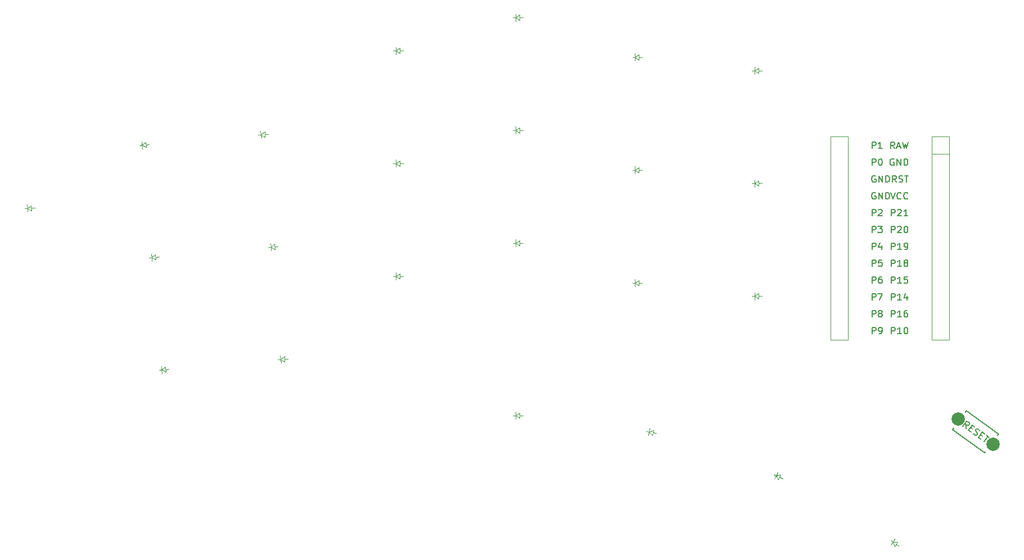
<source format=gbr>
%TF.GenerationSoftware,KiCad,Pcbnew,7.0.10*%
%TF.CreationDate,2024-02-18T22:51:37+03:00*%
%TF.ProjectId,jcuken_1,6a63756b-656e-45f3-912e-6b696361645f,0.1*%
%TF.SameCoordinates,Original*%
%TF.FileFunction,Legend,Top*%
%TF.FilePolarity,Positive*%
%FSLAX46Y46*%
G04 Gerber Fmt 4.6, Leading zero omitted, Abs format (unit mm)*
G04 Created by KiCad (PCBNEW 7.0.10) date 2024-02-18 22:51:37*
%MOMM*%
%LPD*%
G01*
G04 APERTURE LIST*
%ADD10C,0.150000*%
%ADD11C,0.100000*%
%ADD12C,0.120000*%
%ADD13C,2.000000*%
G04 APERTURE END LIST*
D10*
X196978431Y-99615052D02*
X196988656Y-99033877D01*
X196516135Y-99279174D02*
X197103920Y-98470157D01*
X197103920Y-98470157D02*
X197412117Y-98694076D01*
X197412117Y-98694076D02*
X197461177Y-98788580D01*
X197461177Y-98788580D02*
X197471712Y-98855094D01*
X197471712Y-98855094D02*
X197454257Y-98960133D01*
X197454257Y-98960133D02*
X197370287Y-99075707D01*
X197370287Y-99075707D02*
X197275783Y-99124766D01*
X197275783Y-99124766D02*
X197209269Y-99135301D01*
X197209269Y-99135301D02*
X197104230Y-99117846D01*
X197104230Y-99117846D02*
X196796033Y-98893928D01*
X197633040Y-99443189D02*
X197902712Y-99639117D01*
X197710398Y-100146857D02*
X197325152Y-99866960D01*
X197325152Y-99866960D02*
X197912937Y-99057943D01*
X197912937Y-99057943D02*
X198298184Y-99337840D01*
X198046585Y-100332251D02*
X198134169Y-100454745D01*
X198134169Y-100454745D02*
X198326792Y-100594694D01*
X198326792Y-100594694D02*
X198431831Y-100612149D01*
X198431831Y-100612149D02*
X198498346Y-100601614D01*
X198498346Y-100601614D02*
X198592850Y-100552554D01*
X198592850Y-100552554D02*
X198648829Y-100475505D01*
X198648829Y-100475505D02*
X198666284Y-100370466D01*
X198666284Y-100370466D02*
X198655749Y-100303952D01*
X198655749Y-100303952D02*
X198606690Y-100209448D01*
X198606690Y-100209448D02*
X198480581Y-100058964D01*
X198480581Y-100058964D02*
X198431522Y-99964460D01*
X198431522Y-99964460D02*
X198420987Y-99897945D01*
X198420987Y-99897945D02*
X198438442Y-99792906D01*
X198438442Y-99792906D02*
X198494421Y-99715857D01*
X198494421Y-99715857D02*
X198588926Y-99666798D01*
X198588926Y-99666798D02*
X198655440Y-99656263D01*
X198655440Y-99656263D02*
X198760479Y-99673718D01*
X198760479Y-99673718D02*
X198953102Y-99813667D01*
X198953102Y-99813667D02*
X199040686Y-99936160D01*
X199135500Y-100534790D02*
X199405172Y-100730718D01*
X199212859Y-101238459D02*
X198827612Y-100958561D01*
X198827612Y-100958561D02*
X199415398Y-100149544D01*
X199415398Y-100149544D02*
X199800644Y-100429442D01*
X200031792Y-100597380D02*
X200494087Y-100933258D01*
X199675154Y-101574336D02*
X200262939Y-100765319D01*
X182830708Y-72634014D02*
X182830708Y-71634014D01*
X182830708Y-71634014D02*
X183211660Y-71634014D01*
X183211660Y-71634014D02*
X183306898Y-71681633D01*
X183306898Y-71681633D02*
X183354517Y-71729252D01*
X183354517Y-71729252D02*
X183402136Y-71824490D01*
X183402136Y-71824490D02*
X183402136Y-71967347D01*
X183402136Y-71967347D02*
X183354517Y-72062585D01*
X183354517Y-72062585D02*
X183306898Y-72110204D01*
X183306898Y-72110204D02*
X183211660Y-72157823D01*
X183211660Y-72157823D02*
X182830708Y-72157823D01*
X184259279Y-71967347D02*
X184259279Y-72634014D01*
X184021184Y-71586395D02*
X183783089Y-72300680D01*
X183783089Y-72300680D02*
X184402136Y-72300680D01*
X182830708Y-67554014D02*
X182830708Y-66554014D01*
X182830708Y-66554014D02*
X183211660Y-66554014D01*
X183211660Y-66554014D02*
X183306898Y-66601633D01*
X183306898Y-66601633D02*
X183354517Y-66649252D01*
X183354517Y-66649252D02*
X183402136Y-66744490D01*
X183402136Y-66744490D02*
X183402136Y-66887347D01*
X183402136Y-66887347D02*
X183354517Y-66982585D01*
X183354517Y-66982585D02*
X183306898Y-67030204D01*
X183306898Y-67030204D02*
X183211660Y-67077823D01*
X183211660Y-67077823D02*
X182830708Y-67077823D01*
X183783089Y-66649252D02*
X183830708Y-66601633D01*
X183830708Y-66601633D02*
X183925946Y-66554014D01*
X183925946Y-66554014D02*
X184164041Y-66554014D01*
X184164041Y-66554014D02*
X184259279Y-66601633D01*
X184259279Y-66601633D02*
X184306898Y-66649252D01*
X184306898Y-66649252D02*
X184354517Y-66744490D01*
X184354517Y-66744490D02*
X184354517Y-66839728D01*
X184354517Y-66839728D02*
X184306898Y-66982585D01*
X184306898Y-66982585D02*
X183735470Y-67554014D01*
X183735470Y-67554014D02*
X184354517Y-67554014D01*
X183354517Y-64061633D02*
X183259279Y-64014014D01*
X183259279Y-64014014D02*
X183116422Y-64014014D01*
X183116422Y-64014014D02*
X182973565Y-64061633D01*
X182973565Y-64061633D02*
X182878327Y-64156871D01*
X182878327Y-64156871D02*
X182830708Y-64252109D01*
X182830708Y-64252109D02*
X182783089Y-64442585D01*
X182783089Y-64442585D02*
X182783089Y-64585442D01*
X182783089Y-64585442D02*
X182830708Y-64775918D01*
X182830708Y-64775918D02*
X182878327Y-64871156D01*
X182878327Y-64871156D02*
X182973565Y-64966395D01*
X182973565Y-64966395D02*
X183116422Y-65014014D01*
X183116422Y-65014014D02*
X183211660Y-65014014D01*
X183211660Y-65014014D02*
X183354517Y-64966395D01*
X183354517Y-64966395D02*
X183402136Y-64918775D01*
X183402136Y-64918775D02*
X183402136Y-64585442D01*
X183402136Y-64585442D02*
X183211660Y-64585442D01*
X183830708Y-65014014D02*
X183830708Y-64014014D01*
X183830708Y-64014014D02*
X184402136Y-65014014D01*
X184402136Y-65014014D02*
X184402136Y-64014014D01*
X184878327Y-65014014D02*
X184878327Y-64014014D01*
X184878327Y-64014014D02*
X185116422Y-64014014D01*
X185116422Y-64014014D02*
X185259279Y-64061633D01*
X185259279Y-64061633D02*
X185354517Y-64156871D01*
X185354517Y-64156871D02*
X185402136Y-64252109D01*
X185402136Y-64252109D02*
X185449755Y-64442585D01*
X185449755Y-64442585D02*
X185449755Y-64585442D01*
X185449755Y-64585442D02*
X185402136Y-64775918D01*
X185402136Y-64775918D02*
X185354517Y-64871156D01*
X185354517Y-64871156D02*
X185259279Y-64966395D01*
X185259279Y-64966395D02*
X185116422Y-65014014D01*
X185116422Y-65014014D02*
X184878327Y-65014014D01*
X185728578Y-77714014D02*
X185728578Y-76714014D01*
X185728578Y-76714014D02*
X186109530Y-76714014D01*
X186109530Y-76714014D02*
X186204768Y-76761633D01*
X186204768Y-76761633D02*
X186252387Y-76809252D01*
X186252387Y-76809252D02*
X186300006Y-76904490D01*
X186300006Y-76904490D02*
X186300006Y-77047347D01*
X186300006Y-77047347D02*
X186252387Y-77142585D01*
X186252387Y-77142585D02*
X186204768Y-77190204D01*
X186204768Y-77190204D02*
X186109530Y-77237823D01*
X186109530Y-77237823D02*
X185728578Y-77237823D01*
X187252387Y-77714014D02*
X186680959Y-77714014D01*
X186966673Y-77714014D02*
X186966673Y-76714014D01*
X186966673Y-76714014D02*
X186871435Y-76856871D01*
X186871435Y-76856871D02*
X186776197Y-76952109D01*
X186776197Y-76952109D02*
X186680959Y-76999728D01*
X188157149Y-76714014D02*
X187680959Y-76714014D01*
X187680959Y-76714014D02*
X187633340Y-77190204D01*
X187633340Y-77190204D02*
X187680959Y-77142585D01*
X187680959Y-77142585D02*
X187776197Y-77094966D01*
X187776197Y-77094966D02*
X188014292Y-77094966D01*
X188014292Y-77094966D02*
X188109530Y-77142585D01*
X188109530Y-77142585D02*
X188157149Y-77190204D01*
X188157149Y-77190204D02*
X188204768Y-77285442D01*
X188204768Y-77285442D02*
X188204768Y-77523537D01*
X188204768Y-77523537D02*
X188157149Y-77618775D01*
X188157149Y-77618775D02*
X188109530Y-77666395D01*
X188109530Y-77666395D02*
X188014292Y-77714014D01*
X188014292Y-77714014D02*
X187776197Y-77714014D01*
X187776197Y-77714014D02*
X187680959Y-77666395D01*
X187680959Y-77666395D02*
X187633340Y-77618775D01*
X185728578Y-72634014D02*
X185728578Y-71634014D01*
X185728578Y-71634014D02*
X186109530Y-71634014D01*
X186109530Y-71634014D02*
X186204768Y-71681633D01*
X186204768Y-71681633D02*
X186252387Y-71729252D01*
X186252387Y-71729252D02*
X186300006Y-71824490D01*
X186300006Y-71824490D02*
X186300006Y-71967347D01*
X186300006Y-71967347D02*
X186252387Y-72062585D01*
X186252387Y-72062585D02*
X186204768Y-72110204D01*
X186204768Y-72110204D02*
X186109530Y-72157823D01*
X186109530Y-72157823D02*
X185728578Y-72157823D01*
X187252387Y-72634014D02*
X186680959Y-72634014D01*
X186966673Y-72634014D02*
X186966673Y-71634014D01*
X186966673Y-71634014D02*
X186871435Y-71776871D01*
X186871435Y-71776871D02*
X186776197Y-71872109D01*
X186776197Y-71872109D02*
X186680959Y-71919728D01*
X187728578Y-72634014D02*
X187919054Y-72634014D01*
X187919054Y-72634014D02*
X188014292Y-72586395D01*
X188014292Y-72586395D02*
X188061911Y-72538775D01*
X188061911Y-72538775D02*
X188157149Y-72395918D01*
X188157149Y-72395918D02*
X188204768Y-72205442D01*
X188204768Y-72205442D02*
X188204768Y-71824490D01*
X188204768Y-71824490D02*
X188157149Y-71729252D01*
X188157149Y-71729252D02*
X188109530Y-71681633D01*
X188109530Y-71681633D02*
X188014292Y-71634014D01*
X188014292Y-71634014D02*
X187823816Y-71634014D01*
X187823816Y-71634014D02*
X187728578Y-71681633D01*
X187728578Y-71681633D02*
X187680959Y-71729252D01*
X187680959Y-71729252D02*
X187633340Y-71824490D01*
X187633340Y-71824490D02*
X187633340Y-72062585D01*
X187633340Y-72062585D02*
X187680959Y-72157823D01*
X187680959Y-72157823D02*
X187728578Y-72205442D01*
X187728578Y-72205442D02*
X187823816Y-72253061D01*
X187823816Y-72253061D02*
X188014292Y-72253061D01*
X188014292Y-72253061D02*
X188109530Y-72205442D01*
X188109530Y-72205442D02*
X188157149Y-72157823D01*
X188157149Y-72157823D02*
X188204768Y-72062585D01*
X185728578Y-67554014D02*
X185728578Y-66554014D01*
X185728578Y-66554014D02*
X186109530Y-66554014D01*
X186109530Y-66554014D02*
X186204768Y-66601633D01*
X186204768Y-66601633D02*
X186252387Y-66649252D01*
X186252387Y-66649252D02*
X186300006Y-66744490D01*
X186300006Y-66744490D02*
X186300006Y-66887347D01*
X186300006Y-66887347D02*
X186252387Y-66982585D01*
X186252387Y-66982585D02*
X186204768Y-67030204D01*
X186204768Y-67030204D02*
X186109530Y-67077823D01*
X186109530Y-67077823D02*
X185728578Y-67077823D01*
X186680959Y-66649252D02*
X186728578Y-66601633D01*
X186728578Y-66601633D02*
X186823816Y-66554014D01*
X186823816Y-66554014D02*
X187061911Y-66554014D01*
X187061911Y-66554014D02*
X187157149Y-66601633D01*
X187157149Y-66601633D02*
X187204768Y-66649252D01*
X187204768Y-66649252D02*
X187252387Y-66744490D01*
X187252387Y-66744490D02*
X187252387Y-66839728D01*
X187252387Y-66839728D02*
X187204768Y-66982585D01*
X187204768Y-66982585D02*
X186633340Y-67554014D01*
X186633340Y-67554014D02*
X187252387Y-67554014D01*
X188204768Y-67554014D02*
X187633340Y-67554014D01*
X187919054Y-67554014D02*
X187919054Y-66554014D01*
X187919054Y-66554014D02*
X187823816Y-66696871D01*
X187823816Y-66696871D02*
X187728578Y-66792109D01*
X187728578Y-66792109D02*
X187633340Y-66839728D01*
X182830708Y-82794014D02*
X182830708Y-81794014D01*
X182830708Y-81794014D02*
X183211660Y-81794014D01*
X183211660Y-81794014D02*
X183306898Y-81841633D01*
X183306898Y-81841633D02*
X183354517Y-81889252D01*
X183354517Y-81889252D02*
X183402136Y-81984490D01*
X183402136Y-81984490D02*
X183402136Y-82127347D01*
X183402136Y-82127347D02*
X183354517Y-82222585D01*
X183354517Y-82222585D02*
X183306898Y-82270204D01*
X183306898Y-82270204D02*
X183211660Y-82317823D01*
X183211660Y-82317823D02*
X182830708Y-82317823D01*
X183973565Y-82222585D02*
X183878327Y-82174966D01*
X183878327Y-82174966D02*
X183830708Y-82127347D01*
X183830708Y-82127347D02*
X183783089Y-82032109D01*
X183783089Y-82032109D02*
X183783089Y-81984490D01*
X183783089Y-81984490D02*
X183830708Y-81889252D01*
X183830708Y-81889252D02*
X183878327Y-81841633D01*
X183878327Y-81841633D02*
X183973565Y-81794014D01*
X183973565Y-81794014D02*
X184164041Y-81794014D01*
X184164041Y-81794014D02*
X184259279Y-81841633D01*
X184259279Y-81841633D02*
X184306898Y-81889252D01*
X184306898Y-81889252D02*
X184354517Y-81984490D01*
X184354517Y-81984490D02*
X184354517Y-82032109D01*
X184354517Y-82032109D02*
X184306898Y-82127347D01*
X184306898Y-82127347D02*
X184259279Y-82174966D01*
X184259279Y-82174966D02*
X184164041Y-82222585D01*
X184164041Y-82222585D02*
X183973565Y-82222585D01*
X183973565Y-82222585D02*
X183878327Y-82270204D01*
X183878327Y-82270204D02*
X183830708Y-82317823D01*
X183830708Y-82317823D02*
X183783089Y-82413061D01*
X183783089Y-82413061D02*
X183783089Y-82603537D01*
X183783089Y-82603537D02*
X183830708Y-82698775D01*
X183830708Y-82698775D02*
X183878327Y-82746395D01*
X183878327Y-82746395D02*
X183973565Y-82794014D01*
X183973565Y-82794014D02*
X184164041Y-82794014D01*
X184164041Y-82794014D02*
X184259279Y-82746395D01*
X184259279Y-82746395D02*
X184306898Y-82698775D01*
X184306898Y-82698775D02*
X184354517Y-82603537D01*
X184354517Y-82603537D02*
X184354517Y-82413061D01*
X184354517Y-82413061D02*
X184306898Y-82317823D01*
X184306898Y-82317823D02*
X184259279Y-82270204D01*
X184259279Y-82270204D02*
X184164041Y-82222585D01*
X186490482Y-62474014D02*
X186157149Y-61997823D01*
X185919054Y-62474014D02*
X185919054Y-61474014D01*
X185919054Y-61474014D02*
X186300006Y-61474014D01*
X186300006Y-61474014D02*
X186395244Y-61521633D01*
X186395244Y-61521633D02*
X186442863Y-61569252D01*
X186442863Y-61569252D02*
X186490482Y-61664490D01*
X186490482Y-61664490D02*
X186490482Y-61807347D01*
X186490482Y-61807347D02*
X186442863Y-61902585D01*
X186442863Y-61902585D02*
X186395244Y-61950204D01*
X186395244Y-61950204D02*
X186300006Y-61997823D01*
X186300006Y-61997823D02*
X185919054Y-61997823D01*
X186871435Y-62426395D02*
X187014292Y-62474014D01*
X187014292Y-62474014D02*
X187252387Y-62474014D01*
X187252387Y-62474014D02*
X187347625Y-62426395D01*
X187347625Y-62426395D02*
X187395244Y-62378775D01*
X187395244Y-62378775D02*
X187442863Y-62283537D01*
X187442863Y-62283537D02*
X187442863Y-62188299D01*
X187442863Y-62188299D02*
X187395244Y-62093061D01*
X187395244Y-62093061D02*
X187347625Y-62045442D01*
X187347625Y-62045442D02*
X187252387Y-61997823D01*
X187252387Y-61997823D02*
X187061911Y-61950204D01*
X187061911Y-61950204D02*
X186966673Y-61902585D01*
X186966673Y-61902585D02*
X186919054Y-61854966D01*
X186919054Y-61854966D02*
X186871435Y-61759728D01*
X186871435Y-61759728D02*
X186871435Y-61664490D01*
X186871435Y-61664490D02*
X186919054Y-61569252D01*
X186919054Y-61569252D02*
X186966673Y-61521633D01*
X186966673Y-61521633D02*
X187061911Y-61474014D01*
X187061911Y-61474014D02*
X187300006Y-61474014D01*
X187300006Y-61474014D02*
X187442863Y-61521633D01*
X187728578Y-61474014D02*
X188300006Y-61474014D01*
X188014292Y-62474014D02*
X188014292Y-61474014D01*
X185728578Y-82794014D02*
X185728578Y-81794014D01*
X185728578Y-81794014D02*
X186109530Y-81794014D01*
X186109530Y-81794014D02*
X186204768Y-81841633D01*
X186204768Y-81841633D02*
X186252387Y-81889252D01*
X186252387Y-81889252D02*
X186300006Y-81984490D01*
X186300006Y-81984490D02*
X186300006Y-82127347D01*
X186300006Y-82127347D02*
X186252387Y-82222585D01*
X186252387Y-82222585D02*
X186204768Y-82270204D01*
X186204768Y-82270204D02*
X186109530Y-82317823D01*
X186109530Y-82317823D02*
X185728578Y-82317823D01*
X187252387Y-82794014D02*
X186680959Y-82794014D01*
X186966673Y-82794014D02*
X186966673Y-81794014D01*
X186966673Y-81794014D02*
X186871435Y-81936871D01*
X186871435Y-81936871D02*
X186776197Y-82032109D01*
X186776197Y-82032109D02*
X186680959Y-82079728D01*
X188109530Y-81794014D02*
X187919054Y-81794014D01*
X187919054Y-81794014D02*
X187823816Y-81841633D01*
X187823816Y-81841633D02*
X187776197Y-81889252D01*
X187776197Y-81889252D02*
X187680959Y-82032109D01*
X187680959Y-82032109D02*
X187633340Y-82222585D01*
X187633340Y-82222585D02*
X187633340Y-82603537D01*
X187633340Y-82603537D02*
X187680959Y-82698775D01*
X187680959Y-82698775D02*
X187728578Y-82746395D01*
X187728578Y-82746395D02*
X187823816Y-82794014D01*
X187823816Y-82794014D02*
X188014292Y-82794014D01*
X188014292Y-82794014D02*
X188109530Y-82746395D01*
X188109530Y-82746395D02*
X188157149Y-82698775D01*
X188157149Y-82698775D02*
X188204768Y-82603537D01*
X188204768Y-82603537D02*
X188204768Y-82365442D01*
X188204768Y-82365442D02*
X188157149Y-82270204D01*
X188157149Y-82270204D02*
X188109530Y-82222585D01*
X188109530Y-82222585D02*
X188014292Y-82174966D01*
X188014292Y-82174966D02*
X187823816Y-82174966D01*
X187823816Y-82174966D02*
X187728578Y-82222585D01*
X187728578Y-82222585D02*
X187680959Y-82270204D01*
X187680959Y-82270204D02*
X187633340Y-82365442D01*
X185728578Y-70094014D02*
X185728578Y-69094014D01*
X185728578Y-69094014D02*
X186109530Y-69094014D01*
X186109530Y-69094014D02*
X186204768Y-69141633D01*
X186204768Y-69141633D02*
X186252387Y-69189252D01*
X186252387Y-69189252D02*
X186300006Y-69284490D01*
X186300006Y-69284490D02*
X186300006Y-69427347D01*
X186300006Y-69427347D02*
X186252387Y-69522585D01*
X186252387Y-69522585D02*
X186204768Y-69570204D01*
X186204768Y-69570204D02*
X186109530Y-69617823D01*
X186109530Y-69617823D02*
X185728578Y-69617823D01*
X186680959Y-69189252D02*
X186728578Y-69141633D01*
X186728578Y-69141633D02*
X186823816Y-69094014D01*
X186823816Y-69094014D02*
X187061911Y-69094014D01*
X187061911Y-69094014D02*
X187157149Y-69141633D01*
X187157149Y-69141633D02*
X187204768Y-69189252D01*
X187204768Y-69189252D02*
X187252387Y-69284490D01*
X187252387Y-69284490D02*
X187252387Y-69379728D01*
X187252387Y-69379728D02*
X187204768Y-69522585D01*
X187204768Y-69522585D02*
X186633340Y-70094014D01*
X186633340Y-70094014D02*
X187252387Y-70094014D01*
X187871435Y-69094014D02*
X187966673Y-69094014D01*
X187966673Y-69094014D02*
X188061911Y-69141633D01*
X188061911Y-69141633D02*
X188109530Y-69189252D01*
X188109530Y-69189252D02*
X188157149Y-69284490D01*
X188157149Y-69284490D02*
X188204768Y-69474966D01*
X188204768Y-69474966D02*
X188204768Y-69713061D01*
X188204768Y-69713061D02*
X188157149Y-69903537D01*
X188157149Y-69903537D02*
X188109530Y-69998775D01*
X188109530Y-69998775D02*
X188061911Y-70046395D01*
X188061911Y-70046395D02*
X187966673Y-70094014D01*
X187966673Y-70094014D02*
X187871435Y-70094014D01*
X187871435Y-70094014D02*
X187776197Y-70046395D01*
X187776197Y-70046395D02*
X187728578Y-69998775D01*
X187728578Y-69998775D02*
X187680959Y-69903537D01*
X187680959Y-69903537D02*
X187633340Y-69713061D01*
X187633340Y-69713061D02*
X187633340Y-69474966D01*
X187633340Y-69474966D02*
X187680959Y-69284490D01*
X187680959Y-69284490D02*
X187728578Y-69189252D01*
X187728578Y-69189252D02*
X187776197Y-69141633D01*
X187776197Y-69141633D02*
X187871435Y-69094014D01*
X182830708Y-77714014D02*
X182830708Y-76714014D01*
X182830708Y-76714014D02*
X183211660Y-76714014D01*
X183211660Y-76714014D02*
X183306898Y-76761633D01*
X183306898Y-76761633D02*
X183354517Y-76809252D01*
X183354517Y-76809252D02*
X183402136Y-76904490D01*
X183402136Y-76904490D02*
X183402136Y-77047347D01*
X183402136Y-77047347D02*
X183354517Y-77142585D01*
X183354517Y-77142585D02*
X183306898Y-77190204D01*
X183306898Y-77190204D02*
X183211660Y-77237823D01*
X183211660Y-77237823D02*
X182830708Y-77237823D01*
X184259279Y-76714014D02*
X184068803Y-76714014D01*
X184068803Y-76714014D02*
X183973565Y-76761633D01*
X183973565Y-76761633D02*
X183925946Y-76809252D01*
X183925946Y-76809252D02*
X183830708Y-76952109D01*
X183830708Y-76952109D02*
X183783089Y-77142585D01*
X183783089Y-77142585D02*
X183783089Y-77523537D01*
X183783089Y-77523537D02*
X183830708Y-77618775D01*
X183830708Y-77618775D02*
X183878327Y-77666395D01*
X183878327Y-77666395D02*
X183973565Y-77714014D01*
X183973565Y-77714014D02*
X184164041Y-77714014D01*
X184164041Y-77714014D02*
X184259279Y-77666395D01*
X184259279Y-77666395D02*
X184306898Y-77618775D01*
X184306898Y-77618775D02*
X184354517Y-77523537D01*
X184354517Y-77523537D02*
X184354517Y-77285442D01*
X184354517Y-77285442D02*
X184306898Y-77190204D01*
X184306898Y-77190204D02*
X184259279Y-77142585D01*
X184259279Y-77142585D02*
X184164041Y-77094966D01*
X184164041Y-77094966D02*
X183973565Y-77094966D01*
X183973565Y-77094966D02*
X183878327Y-77142585D01*
X183878327Y-77142585D02*
X183830708Y-77190204D01*
X183830708Y-77190204D02*
X183783089Y-77285442D01*
X182830708Y-57394014D02*
X182830708Y-56394014D01*
X182830708Y-56394014D02*
X183211660Y-56394014D01*
X183211660Y-56394014D02*
X183306898Y-56441633D01*
X183306898Y-56441633D02*
X183354517Y-56489252D01*
X183354517Y-56489252D02*
X183402136Y-56584490D01*
X183402136Y-56584490D02*
X183402136Y-56727347D01*
X183402136Y-56727347D02*
X183354517Y-56822585D01*
X183354517Y-56822585D02*
X183306898Y-56870204D01*
X183306898Y-56870204D02*
X183211660Y-56917823D01*
X183211660Y-56917823D02*
X182830708Y-56917823D01*
X184354517Y-57394014D02*
X183783089Y-57394014D01*
X184068803Y-57394014D02*
X184068803Y-56394014D01*
X184068803Y-56394014D02*
X183973565Y-56536871D01*
X183973565Y-56536871D02*
X183878327Y-56632109D01*
X183878327Y-56632109D02*
X183783089Y-56679728D01*
X182830708Y-75174014D02*
X182830708Y-74174014D01*
X182830708Y-74174014D02*
X183211660Y-74174014D01*
X183211660Y-74174014D02*
X183306898Y-74221633D01*
X183306898Y-74221633D02*
X183354517Y-74269252D01*
X183354517Y-74269252D02*
X183402136Y-74364490D01*
X183402136Y-74364490D02*
X183402136Y-74507347D01*
X183402136Y-74507347D02*
X183354517Y-74602585D01*
X183354517Y-74602585D02*
X183306898Y-74650204D01*
X183306898Y-74650204D02*
X183211660Y-74697823D01*
X183211660Y-74697823D02*
X182830708Y-74697823D01*
X184306898Y-74174014D02*
X183830708Y-74174014D01*
X183830708Y-74174014D02*
X183783089Y-74650204D01*
X183783089Y-74650204D02*
X183830708Y-74602585D01*
X183830708Y-74602585D02*
X183925946Y-74554966D01*
X183925946Y-74554966D02*
X184164041Y-74554966D01*
X184164041Y-74554966D02*
X184259279Y-74602585D01*
X184259279Y-74602585D02*
X184306898Y-74650204D01*
X184306898Y-74650204D02*
X184354517Y-74745442D01*
X184354517Y-74745442D02*
X184354517Y-74983537D01*
X184354517Y-74983537D02*
X184306898Y-75078775D01*
X184306898Y-75078775D02*
X184259279Y-75126395D01*
X184259279Y-75126395D02*
X184164041Y-75174014D01*
X184164041Y-75174014D02*
X183925946Y-75174014D01*
X183925946Y-75174014D02*
X183830708Y-75126395D01*
X183830708Y-75126395D02*
X183783089Y-75078775D01*
X185728578Y-80254014D02*
X185728578Y-79254014D01*
X185728578Y-79254014D02*
X186109530Y-79254014D01*
X186109530Y-79254014D02*
X186204768Y-79301633D01*
X186204768Y-79301633D02*
X186252387Y-79349252D01*
X186252387Y-79349252D02*
X186300006Y-79444490D01*
X186300006Y-79444490D02*
X186300006Y-79587347D01*
X186300006Y-79587347D02*
X186252387Y-79682585D01*
X186252387Y-79682585D02*
X186204768Y-79730204D01*
X186204768Y-79730204D02*
X186109530Y-79777823D01*
X186109530Y-79777823D02*
X185728578Y-79777823D01*
X187252387Y-80254014D02*
X186680959Y-80254014D01*
X186966673Y-80254014D02*
X186966673Y-79254014D01*
X186966673Y-79254014D02*
X186871435Y-79396871D01*
X186871435Y-79396871D02*
X186776197Y-79492109D01*
X186776197Y-79492109D02*
X186680959Y-79539728D01*
X188109530Y-79587347D02*
X188109530Y-80254014D01*
X187871435Y-79206395D02*
X187633340Y-79920680D01*
X187633340Y-79920680D02*
X188252387Y-79920680D01*
X185728578Y-75174014D02*
X185728578Y-74174014D01*
X185728578Y-74174014D02*
X186109530Y-74174014D01*
X186109530Y-74174014D02*
X186204768Y-74221633D01*
X186204768Y-74221633D02*
X186252387Y-74269252D01*
X186252387Y-74269252D02*
X186300006Y-74364490D01*
X186300006Y-74364490D02*
X186300006Y-74507347D01*
X186300006Y-74507347D02*
X186252387Y-74602585D01*
X186252387Y-74602585D02*
X186204768Y-74650204D01*
X186204768Y-74650204D02*
X186109530Y-74697823D01*
X186109530Y-74697823D02*
X185728578Y-74697823D01*
X187252387Y-75174014D02*
X186680959Y-75174014D01*
X186966673Y-75174014D02*
X186966673Y-74174014D01*
X186966673Y-74174014D02*
X186871435Y-74316871D01*
X186871435Y-74316871D02*
X186776197Y-74412109D01*
X186776197Y-74412109D02*
X186680959Y-74459728D01*
X187823816Y-74602585D02*
X187728578Y-74554966D01*
X187728578Y-74554966D02*
X187680959Y-74507347D01*
X187680959Y-74507347D02*
X187633340Y-74412109D01*
X187633340Y-74412109D02*
X187633340Y-74364490D01*
X187633340Y-74364490D02*
X187680959Y-74269252D01*
X187680959Y-74269252D02*
X187728578Y-74221633D01*
X187728578Y-74221633D02*
X187823816Y-74174014D01*
X187823816Y-74174014D02*
X188014292Y-74174014D01*
X188014292Y-74174014D02*
X188109530Y-74221633D01*
X188109530Y-74221633D02*
X188157149Y-74269252D01*
X188157149Y-74269252D02*
X188204768Y-74364490D01*
X188204768Y-74364490D02*
X188204768Y-74412109D01*
X188204768Y-74412109D02*
X188157149Y-74507347D01*
X188157149Y-74507347D02*
X188109530Y-74554966D01*
X188109530Y-74554966D02*
X188014292Y-74602585D01*
X188014292Y-74602585D02*
X187823816Y-74602585D01*
X187823816Y-74602585D02*
X187728578Y-74650204D01*
X187728578Y-74650204D02*
X187680959Y-74697823D01*
X187680959Y-74697823D02*
X187633340Y-74793061D01*
X187633340Y-74793061D02*
X187633340Y-74983537D01*
X187633340Y-74983537D02*
X187680959Y-75078775D01*
X187680959Y-75078775D02*
X187728578Y-75126395D01*
X187728578Y-75126395D02*
X187823816Y-75174014D01*
X187823816Y-75174014D02*
X188014292Y-75174014D01*
X188014292Y-75174014D02*
X188109530Y-75126395D01*
X188109530Y-75126395D02*
X188157149Y-75078775D01*
X188157149Y-75078775D02*
X188204768Y-74983537D01*
X188204768Y-74983537D02*
X188204768Y-74793061D01*
X188204768Y-74793061D02*
X188157149Y-74697823D01*
X188157149Y-74697823D02*
X188109530Y-74650204D01*
X188109530Y-74650204D02*
X188014292Y-74602585D01*
X186204768Y-57394014D02*
X185871435Y-56917823D01*
X185633340Y-57394014D02*
X185633340Y-56394014D01*
X185633340Y-56394014D02*
X186014292Y-56394014D01*
X186014292Y-56394014D02*
X186109530Y-56441633D01*
X186109530Y-56441633D02*
X186157149Y-56489252D01*
X186157149Y-56489252D02*
X186204768Y-56584490D01*
X186204768Y-56584490D02*
X186204768Y-56727347D01*
X186204768Y-56727347D02*
X186157149Y-56822585D01*
X186157149Y-56822585D02*
X186109530Y-56870204D01*
X186109530Y-56870204D02*
X186014292Y-56917823D01*
X186014292Y-56917823D02*
X185633340Y-56917823D01*
X186585721Y-57108299D02*
X187061911Y-57108299D01*
X186490483Y-57394014D02*
X186823816Y-56394014D01*
X186823816Y-56394014D02*
X187157149Y-57394014D01*
X187395245Y-56394014D02*
X187633340Y-57394014D01*
X187633340Y-57394014D02*
X187823816Y-56679728D01*
X187823816Y-56679728D02*
X188014292Y-57394014D01*
X188014292Y-57394014D02*
X188252388Y-56394014D01*
X182830708Y-70094014D02*
X182830708Y-69094014D01*
X182830708Y-69094014D02*
X183211660Y-69094014D01*
X183211660Y-69094014D02*
X183306898Y-69141633D01*
X183306898Y-69141633D02*
X183354517Y-69189252D01*
X183354517Y-69189252D02*
X183402136Y-69284490D01*
X183402136Y-69284490D02*
X183402136Y-69427347D01*
X183402136Y-69427347D02*
X183354517Y-69522585D01*
X183354517Y-69522585D02*
X183306898Y-69570204D01*
X183306898Y-69570204D02*
X183211660Y-69617823D01*
X183211660Y-69617823D02*
X182830708Y-69617823D01*
X183735470Y-69094014D02*
X184354517Y-69094014D01*
X184354517Y-69094014D02*
X184021184Y-69474966D01*
X184021184Y-69474966D02*
X184164041Y-69474966D01*
X184164041Y-69474966D02*
X184259279Y-69522585D01*
X184259279Y-69522585D02*
X184306898Y-69570204D01*
X184306898Y-69570204D02*
X184354517Y-69665442D01*
X184354517Y-69665442D02*
X184354517Y-69903537D01*
X184354517Y-69903537D02*
X184306898Y-69998775D01*
X184306898Y-69998775D02*
X184259279Y-70046395D01*
X184259279Y-70046395D02*
X184164041Y-70094014D01*
X184164041Y-70094014D02*
X183878327Y-70094014D01*
X183878327Y-70094014D02*
X183783089Y-70046395D01*
X183783089Y-70046395D02*
X183735470Y-69998775D01*
X183354517Y-61521633D02*
X183259279Y-61474014D01*
X183259279Y-61474014D02*
X183116422Y-61474014D01*
X183116422Y-61474014D02*
X182973565Y-61521633D01*
X182973565Y-61521633D02*
X182878327Y-61616871D01*
X182878327Y-61616871D02*
X182830708Y-61712109D01*
X182830708Y-61712109D02*
X182783089Y-61902585D01*
X182783089Y-61902585D02*
X182783089Y-62045442D01*
X182783089Y-62045442D02*
X182830708Y-62235918D01*
X182830708Y-62235918D02*
X182878327Y-62331156D01*
X182878327Y-62331156D02*
X182973565Y-62426395D01*
X182973565Y-62426395D02*
X183116422Y-62474014D01*
X183116422Y-62474014D02*
X183211660Y-62474014D01*
X183211660Y-62474014D02*
X183354517Y-62426395D01*
X183354517Y-62426395D02*
X183402136Y-62378775D01*
X183402136Y-62378775D02*
X183402136Y-62045442D01*
X183402136Y-62045442D02*
X183211660Y-62045442D01*
X183830708Y-62474014D02*
X183830708Y-61474014D01*
X183830708Y-61474014D02*
X184402136Y-62474014D01*
X184402136Y-62474014D02*
X184402136Y-61474014D01*
X184878327Y-62474014D02*
X184878327Y-61474014D01*
X184878327Y-61474014D02*
X185116422Y-61474014D01*
X185116422Y-61474014D02*
X185259279Y-61521633D01*
X185259279Y-61521633D02*
X185354517Y-61616871D01*
X185354517Y-61616871D02*
X185402136Y-61712109D01*
X185402136Y-61712109D02*
X185449755Y-61902585D01*
X185449755Y-61902585D02*
X185449755Y-62045442D01*
X185449755Y-62045442D02*
X185402136Y-62235918D01*
X185402136Y-62235918D02*
X185354517Y-62331156D01*
X185354517Y-62331156D02*
X185259279Y-62426395D01*
X185259279Y-62426395D02*
X185116422Y-62474014D01*
X185116422Y-62474014D02*
X184878327Y-62474014D01*
X185633340Y-64014014D02*
X185966673Y-65014014D01*
X185966673Y-65014014D02*
X186300006Y-64014014D01*
X187204768Y-64918775D02*
X187157149Y-64966395D01*
X187157149Y-64966395D02*
X187014292Y-65014014D01*
X187014292Y-65014014D02*
X186919054Y-65014014D01*
X186919054Y-65014014D02*
X186776197Y-64966395D01*
X186776197Y-64966395D02*
X186680959Y-64871156D01*
X186680959Y-64871156D02*
X186633340Y-64775918D01*
X186633340Y-64775918D02*
X186585721Y-64585442D01*
X186585721Y-64585442D02*
X186585721Y-64442585D01*
X186585721Y-64442585D02*
X186633340Y-64252109D01*
X186633340Y-64252109D02*
X186680959Y-64156871D01*
X186680959Y-64156871D02*
X186776197Y-64061633D01*
X186776197Y-64061633D02*
X186919054Y-64014014D01*
X186919054Y-64014014D02*
X187014292Y-64014014D01*
X187014292Y-64014014D02*
X187157149Y-64061633D01*
X187157149Y-64061633D02*
X187204768Y-64109252D01*
X188204768Y-64918775D02*
X188157149Y-64966395D01*
X188157149Y-64966395D02*
X188014292Y-65014014D01*
X188014292Y-65014014D02*
X187919054Y-65014014D01*
X187919054Y-65014014D02*
X187776197Y-64966395D01*
X187776197Y-64966395D02*
X187680959Y-64871156D01*
X187680959Y-64871156D02*
X187633340Y-64775918D01*
X187633340Y-64775918D02*
X187585721Y-64585442D01*
X187585721Y-64585442D02*
X187585721Y-64442585D01*
X187585721Y-64442585D02*
X187633340Y-64252109D01*
X187633340Y-64252109D02*
X187680959Y-64156871D01*
X187680959Y-64156871D02*
X187776197Y-64061633D01*
X187776197Y-64061633D02*
X187919054Y-64014014D01*
X187919054Y-64014014D02*
X188014292Y-64014014D01*
X188014292Y-64014014D02*
X188157149Y-64061633D01*
X188157149Y-64061633D02*
X188204768Y-64109252D01*
X182830708Y-80254014D02*
X182830708Y-79254014D01*
X182830708Y-79254014D02*
X183211660Y-79254014D01*
X183211660Y-79254014D02*
X183306898Y-79301633D01*
X183306898Y-79301633D02*
X183354517Y-79349252D01*
X183354517Y-79349252D02*
X183402136Y-79444490D01*
X183402136Y-79444490D02*
X183402136Y-79587347D01*
X183402136Y-79587347D02*
X183354517Y-79682585D01*
X183354517Y-79682585D02*
X183306898Y-79730204D01*
X183306898Y-79730204D02*
X183211660Y-79777823D01*
X183211660Y-79777823D02*
X182830708Y-79777823D01*
X183735470Y-79254014D02*
X184402136Y-79254014D01*
X184402136Y-79254014D02*
X183973565Y-80254014D01*
X185728578Y-85334014D02*
X185728578Y-84334014D01*
X185728578Y-84334014D02*
X186109530Y-84334014D01*
X186109530Y-84334014D02*
X186204768Y-84381633D01*
X186204768Y-84381633D02*
X186252387Y-84429252D01*
X186252387Y-84429252D02*
X186300006Y-84524490D01*
X186300006Y-84524490D02*
X186300006Y-84667347D01*
X186300006Y-84667347D02*
X186252387Y-84762585D01*
X186252387Y-84762585D02*
X186204768Y-84810204D01*
X186204768Y-84810204D02*
X186109530Y-84857823D01*
X186109530Y-84857823D02*
X185728578Y-84857823D01*
X187252387Y-85334014D02*
X186680959Y-85334014D01*
X186966673Y-85334014D02*
X186966673Y-84334014D01*
X186966673Y-84334014D02*
X186871435Y-84476871D01*
X186871435Y-84476871D02*
X186776197Y-84572109D01*
X186776197Y-84572109D02*
X186680959Y-84619728D01*
X187871435Y-84334014D02*
X187966673Y-84334014D01*
X187966673Y-84334014D02*
X188061911Y-84381633D01*
X188061911Y-84381633D02*
X188109530Y-84429252D01*
X188109530Y-84429252D02*
X188157149Y-84524490D01*
X188157149Y-84524490D02*
X188204768Y-84714966D01*
X188204768Y-84714966D02*
X188204768Y-84953061D01*
X188204768Y-84953061D02*
X188157149Y-85143537D01*
X188157149Y-85143537D02*
X188109530Y-85238775D01*
X188109530Y-85238775D02*
X188061911Y-85286395D01*
X188061911Y-85286395D02*
X187966673Y-85334014D01*
X187966673Y-85334014D02*
X187871435Y-85334014D01*
X187871435Y-85334014D02*
X187776197Y-85286395D01*
X187776197Y-85286395D02*
X187728578Y-85238775D01*
X187728578Y-85238775D02*
X187680959Y-85143537D01*
X187680959Y-85143537D02*
X187633340Y-84953061D01*
X187633340Y-84953061D02*
X187633340Y-84714966D01*
X187633340Y-84714966D02*
X187680959Y-84524490D01*
X187680959Y-84524490D02*
X187728578Y-84429252D01*
X187728578Y-84429252D02*
X187776197Y-84381633D01*
X187776197Y-84381633D02*
X187871435Y-84334014D01*
X186109530Y-58981633D02*
X186014292Y-58934014D01*
X186014292Y-58934014D02*
X185871435Y-58934014D01*
X185871435Y-58934014D02*
X185728578Y-58981633D01*
X185728578Y-58981633D02*
X185633340Y-59076871D01*
X185633340Y-59076871D02*
X185585721Y-59172109D01*
X185585721Y-59172109D02*
X185538102Y-59362585D01*
X185538102Y-59362585D02*
X185538102Y-59505442D01*
X185538102Y-59505442D02*
X185585721Y-59695918D01*
X185585721Y-59695918D02*
X185633340Y-59791156D01*
X185633340Y-59791156D02*
X185728578Y-59886395D01*
X185728578Y-59886395D02*
X185871435Y-59934014D01*
X185871435Y-59934014D02*
X185966673Y-59934014D01*
X185966673Y-59934014D02*
X186109530Y-59886395D01*
X186109530Y-59886395D02*
X186157149Y-59838775D01*
X186157149Y-59838775D02*
X186157149Y-59505442D01*
X186157149Y-59505442D02*
X185966673Y-59505442D01*
X186585721Y-59934014D02*
X186585721Y-58934014D01*
X186585721Y-58934014D02*
X187157149Y-59934014D01*
X187157149Y-59934014D02*
X187157149Y-58934014D01*
X187633340Y-59934014D02*
X187633340Y-58934014D01*
X187633340Y-58934014D02*
X187871435Y-58934014D01*
X187871435Y-58934014D02*
X188014292Y-58981633D01*
X188014292Y-58981633D02*
X188109530Y-59076871D01*
X188109530Y-59076871D02*
X188157149Y-59172109D01*
X188157149Y-59172109D02*
X188204768Y-59362585D01*
X188204768Y-59362585D02*
X188204768Y-59505442D01*
X188204768Y-59505442D02*
X188157149Y-59695918D01*
X188157149Y-59695918D02*
X188109530Y-59791156D01*
X188109530Y-59791156D02*
X188014292Y-59886395D01*
X188014292Y-59886395D02*
X187871435Y-59934014D01*
X187871435Y-59934014D02*
X187633340Y-59934014D01*
X182830708Y-85334014D02*
X182830708Y-84334014D01*
X182830708Y-84334014D02*
X183211660Y-84334014D01*
X183211660Y-84334014D02*
X183306898Y-84381633D01*
X183306898Y-84381633D02*
X183354517Y-84429252D01*
X183354517Y-84429252D02*
X183402136Y-84524490D01*
X183402136Y-84524490D02*
X183402136Y-84667347D01*
X183402136Y-84667347D02*
X183354517Y-84762585D01*
X183354517Y-84762585D02*
X183306898Y-84810204D01*
X183306898Y-84810204D02*
X183211660Y-84857823D01*
X183211660Y-84857823D02*
X182830708Y-84857823D01*
X183878327Y-85334014D02*
X184068803Y-85334014D01*
X184068803Y-85334014D02*
X184164041Y-85286395D01*
X184164041Y-85286395D02*
X184211660Y-85238775D01*
X184211660Y-85238775D02*
X184306898Y-85095918D01*
X184306898Y-85095918D02*
X184354517Y-84905442D01*
X184354517Y-84905442D02*
X184354517Y-84524490D01*
X184354517Y-84524490D02*
X184306898Y-84429252D01*
X184306898Y-84429252D02*
X184259279Y-84381633D01*
X184259279Y-84381633D02*
X184164041Y-84334014D01*
X184164041Y-84334014D02*
X183973565Y-84334014D01*
X183973565Y-84334014D02*
X183878327Y-84381633D01*
X183878327Y-84381633D02*
X183830708Y-84429252D01*
X183830708Y-84429252D02*
X183783089Y-84524490D01*
X183783089Y-84524490D02*
X183783089Y-84762585D01*
X183783089Y-84762585D02*
X183830708Y-84857823D01*
X183830708Y-84857823D02*
X183878327Y-84905442D01*
X183878327Y-84905442D02*
X183973565Y-84953061D01*
X183973565Y-84953061D02*
X184164041Y-84953061D01*
X184164041Y-84953061D02*
X184259279Y-84905442D01*
X184259279Y-84905442D02*
X184306898Y-84857823D01*
X184306898Y-84857823D02*
X184354517Y-84762585D01*
X182830708Y-59934014D02*
X182830708Y-58934014D01*
X182830708Y-58934014D02*
X183211660Y-58934014D01*
X183211660Y-58934014D02*
X183306898Y-58981633D01*
X183306898Y-58981633D02*
X183354517Y-59029252D01*
X183354517Y-59029252D02*
X183402136Y-59124490D01*
X183402136Y-59124490D02*
X183402136Y-59267347D01*
X183402136Y-59267347D02*
X183354517Y-59362585D01*
X183354517Y-59362585D02*
X183306898Y-59410204D01*
X183306898Y-59410204D02*
X183211660Y-59457823D01*
X183211660Y-59457823D02*
X182830708Y-59457823D01*
X184021184Y-58934014D02*
X184116422Y-58934014D01*
X184116422Y-58934014D02*
X184211660Y-58981633D01*
X184211660Y-58981633D02*
X184259279Y-59029252D01*
X184259279Y-59029252D02*
X184306898Y-59124490D01*
X184306898Y-59124490D02*
X184354517Y-59314966D01*
X184354517Y-59314966D02*
X184354517Y-59553061D01*
X184354517Y-59553061D02*
X184306898Y-59743537D01*
X184306898Y-59743537D02*
X184259279Y-59838775D01*
X184259279Y-59838775D02*
X184211660Y-59886395D01*
X184211660Y-59886395D02*
X184116422Y-59934014D01*
X184116422Y-59934014D02*
X184021184Y-59934014D01*
X184021184Y-59934014D02*
X183925946Y-59886395D01*
X183925946Y-59886395D02*
X183878327Y-59838775D01*
X183878327Y-59838775D02*
X183830708Y-59743537D01*
X183830708Y-59743537D02*
X183783089Y-59553061D01*
X183783089Y-59553061D02*
X183783089Y-59314966D01*
X183783089Y-59314966D02*
X183830708Y-59124490D01*
X183830708Y-59124490D02*
X183878327Y-59029252D01*
X183878327Y-59029252D02*
X183925946Y-58981633D01*
X183925946Y-58981633D02*
X184021184Y-58934014D01*
%TO.C,B1*%
X197022341Y-96921649D02*
X196875395Y-97123903D01*
X197022341Y-96921649D02*
X201876443Y-100448360D01*
X194965093Y-99753208D02*
X195112039Y-99550954D01*
X194965093Y-99753208D02*
X199819195Y-103279919D01*
X201876443Y-100448360D02*
X201729497Y-100650614D01*
X199819195Y-103279919D02*
X199966141Y-103077665D01*
D11*
%TO.C,D3*%
X73966553Y-73834352D02*
X74365031Y-73799490D01*
X74365031Y-73799490D02*
X74317095Y-73251582D01*
X74365031Y-73799490D02*
X74412967Y-74347397D01*
X74365031Y-73799490D02*
X74927885Y-73348718D01*
X74927885Y-73348718D02*
X74997610Y-74145674D01*
X74962748Y-73747196D02*
X75460845Y-73703618D01*
X74997610Y-74145674D02*
X74365031Y-73799490D01*
%TO.C,D23*%
X185617461Y-116447047D02*
X185941068Y-116682161D01*
X185941068Y-116682161D02*
X186264350Y-116237202D01*
X185941068Y-116682161D02*
X185617786Y-117127121D01*
X185941068Y-116682161D02*
X186661592Y-116711226D01*
X186661592Y-116711226D02*
X186191364Y-117358439D01*
X186426478Y-117034832D02*
X186830987Y-117328725D01*
X186191364Y-117358439D02*
X185941068Y-116682161D01*
%TO.C,D8*%
X110743929Y-76639195D02*
X111143929Y-76639195D01*
X111143929Y-76639195D02*
X111143929Y-76089195D01*
X111143929Y-76639195D02*
X111143929Y-77189195D01*
X111143929Y-76639195D02*
X111743929Y-76239195D01*
X111743929Y-76239195D02*
X111743929Y-77039195D01*
X111743929Y-76639195D02*
X112243929Y-76639195D01*
X111743929Y-77039195D02*
X111143929Y-76639195D01*
%TO.C,D18*%
X164743929Y-62639194D02*
X165143929Y-62639194D01*
X165143929Y-62639194D02*
X165143929Y-62089194D01*
X165143929Y-62639194D02*
X165143929Y-63189194D01*
X165143929Y-62639194D02*
X165743929Y-62239194D01*
X165743929Y-62239194D02*
X165743929Y-63039194D01*
X165743929Y-62639194D02*
X166243929Y-62639194D01*
X165743929Y-63039194D02*
X165143929Y-62639194D01*
%TO.C,D2*%
X75448201Y-90769662D02*
X75846679Y-90734800D01*
X75846679Y-90734800D02*
X75798743Y-90186892D01*
X75846679Y-90734800D02*
X75894615Y-91282707D01*
X75846679Y-90734800D02*
X76409533Y-90284028D01*
X76409533Y-90284028D02*
X76479258Y-91080984D01*
X76444396Y-90682506D02*
X76942493Y-90638928D01*
X76479258Y-91080984D02*
X75846679Y-90734800D01*
%TO.C,D21*%
X148835199Y-100013632D02*
X149226458Y-100096797D01*
X149226458Y-100096797D02*
X149340810Y-99558816D01*
X149226458Y-100096797D02*
X149112107Y-100634778D01*
X149226458Y-100096797D02*
X149896512Y-99830285D01*
X149896512Y-99830285D02*
X149730182Y-100612803D01*
X149813347Y-100221544D02*
X150302421Y-100325500D01*
X149730182Y-100612803D02*
X149226458Y-100096797D01*
%TO.C,D11*%
X128743929Y-71639195D02*
X129143929Y-71639195D01*
X129143929Y-71639195D02*
X129143929Y-71089195D01*
X129143929Y-71639195D02*
X129143929Y-72189195D01*
X129143929Y-71639195D02*
X129743929Y-71239195D01*
X129743929Y-71239195D02*
X129743929Y-72039195D01*
X129743929Y-71639195D02*
X130243929Y-71639195D01*
X129743929Y-72039195D02*
X129143929Y-71639195D01*
%TO.C,D1*%
X55250647Y-66437403D02*
X55649125Y-66402541D01*
X55649125Y-66402541D02*
X55601189Y-65854633D01*
X55649125Y-66402541D02*
X55697061Y-66950448D01*
X55649125Y-66402541D02*
X56211979Y-65951769D01*
X56211979Y-65951769D02*
X56281704Y-66748725D01*
X56246842Y-66350247D02*
X56744939Y-66306669D01*
X56281704Y-66748725D02*
X55649125Y-66402541D01*
%TO.C,D12*%
X128743929Y-54639195D02*
X129143929Y-54639195D01*
X129143929Y-54639195D02*
X129143929Y-54089195D01*
X129143929Y-54639195D02*
X129143929Y-55189195D01*
X129143929Y-54639195D02*
X129743929Y-54239195D01*
X129743929Y-54239195D02*
X129743929Y-55039195D01*
X129743929Y-54639195D02*
X130243929Y-54639195D01*
X129743929Y-55039195D02*
X129143929Y-54639195D01*
%TO.C,D15*%
X146743929Y-60639195D02*
X147143929Y-60639195D01*
X147143929Y-60639195D02*
X147143929Y-60089195D01*
X147143929Y-60639195D02*
X147143929Y-61189195D01*
X147143929Y-60639195D02*
X147743929Y-60239195D01*
X147743929Y-60239195D02*
X147743929Y-61039195D01*
X147743929Y-60639195D02*
X148243929Y-60639195D01*
X147743929Y-61039195D02*
X147143929Y-60639195D01*
%TO.C,D17*%
X164743929Y-79639195D02*
X165143929Y-79639195D01*
X165143929Y-79639195D02*
X165143929Y-79089195D01*
X165143929Y-79639195D02*
X165143929Y-80189195D01*
X165143929Y-79639195D02*
X165743929Y-79239195D01*
X165743929Y-79239195D02*
X165743929Y-80039195D01*
X165743929Y-79639195D02*
X166243929Y-79639195D01*
X165743929Y-80039195D02*
X165143929Y-79639195D01*
D12*
%TO.C,MCU1*%
X176543929Y-55609195D02*
X176543929Y-86209195D01*
X176543929Y-55609195D02*
X179203929Y-55609195D01*
X176543929Y-86209195D02*
X179203929Y-86209195D01*
X179203929Y-55609195D02*
X179203929Y-86209195D01*
X191783929Y-55609195D02*
X191783929Y-86209195D01*
X191783929Y-55609195D02*
X194443929Y-55609195D01*
X191783929Y-58209195D02*
X194443929Y-58209195D01*
X191783929Y-86209195D02*
X194443929Y-86209195D01*
X194443929Y-55609195D02*
X194443929Y-86209195D01*
D11*
%TO.C,D19*%
X164743929Y-45639194D02*
X165143929Y-45639194D01*
X165143929Y-45639194D02*
X165143929Y-45089194D01*
X165143929Y-45639194D02*
X165143929Y-46189194D01*
X165143929Y-45639194D02*
X165743929Y-45239194D01*
X165743929Y-45239194D02*
X165743929Y-46039194D01*
X165743929Y-45639194D02*
X166243929Y-45639194D01*
X165743929Y-46039194D02*
X165143929Y-45639194D01*
%TO.C,D14*%
X146743929Y-77639195D02*
X147143929Y-77639195D01*
X147143929Y-77639195D02*
X147143929Y-77089195D01*
X147143929Y-77639195D02*
X147143929Y-78189195D01*
X147143929Y-77639195D02*
X147743929Y-77239195D01*
X147743929Y-77239195D02*
X147743929Y-78039195D01*
X147743929Y-77639195D02*
X148243929Y-77639195D01*
X147743929Y-78039195D02*
X147143929Y-77639195D01*
%TO.C,D5*%
X93379705Y-89200859D02*
X93778183Y-89165997D01*
X93778183Y-89165997D02*
X93730247Y-88618089D01*
X93778183Y-89165997D02*
X93826119Y-89713904D01*
X93778183Y-89165997D02*
X94341037Y-88715225D01*
X94341037Y-88715225D02*
X94410762Y-89512181D01*
X94375900Y-89113703D02*
X94873997Y-89070125D01*
X94410762Y-89512181D02*
X93778183Y-89165997D01*
%TO.C,D4*%
X72484905Y-56899043D02*
X72883383Y-56864181D01*
X72883383Y-56864181D02*
X72835447Y-56316273D01*
X72883383Y-56864181D02*
X72931319Y-57412088D01*
X72883383Y-56864181D02*
X73446237Y-56413409D01*
X73446237Y-56413409D02*
X73515962Y-57210365D01*
X73481100Y-56811887D02*
X73979197Y-56768309D01*
X73515962Y-57210365D02*
X72883383Y-56864181D01*
%TO.C,D16*%
X146743929Y-43639195D02*
X147143929Y-43639195D01*
X147143929Y-43639195D02*
X147143929Y-43089195D01*
X147143929Y-43639195D02*
X147143929Y-44189195D01*
X147143929Y-43639195D02*
X147743929Y-43239195D01*
X147743929Y-43239195D02*
X147743929Y-44039195D01*
X147743929Y-43639195D02*
X148243929Y-43639195D01*
X147743929Y-44039195D02*
X147143929Y-43639195D01*
%TO.C,D13*%
X128743929Y-37639194D02*
X129143929Y-37639194D01*
X129143929Y-37639194D02*
X129143929Y-37089194D01*
X129143929Y-37639194D02*
X129143929Y-38189194D01*
X129143929Y-37639194D02*
X129743929Y-37239194D01*
X129743929Y-37239194D02*
X129743929Y-38039194D01*
X129743929Y-37639194D02*
X130243929Y-37639194D01*
X129743929Y-38039194D02*
X129143929Y-37639194D01*
%TO.C,D7*%
X90416410Y-55330239D02*
X90814888Y-55295377D01*
X90814888Y-55295377D02*
X90766952Y-54747469D01*
X90814888Y-55295377D02*
X90862824Y-55843284D01*
X90814888Y-55295377D02*
X91377742Y-54844605D01*
X91377742Y-54844605D02*
X91447467Y-55641561D01*
X91412605Y-55243083D02*
X91910702Y-55199505D01*
X91447467Y-55641561D02*
X90814888Y-55295377D01*
%TO.C,D6*%
X91898057Y-72265549D02*
X92296535Y-72230687D01*
X92296535Y-72230687D02*
X92248599Y-71682779D01*
X92296535Y-72230687D02*
X92344471Y-72778594D01*
X92296535Y-72230687D02*
X92859389Y-71779915D01*
X92859389Y-71779915D02*
X92929114Y-72576871D01*
X92894252Y-72178393D02*
X93392349Y-72134815D01*
X92929114Y-72576871D02*
X92296535Y-72230687D01*
%TO.C,D9*%
X110743929Y-59639194D02*
X111143929Y-59639194D01*
X111143929Y-59639194D02*
X111143929Y-59089194D01*
X111143929Y-59639194D02*
X111143929Y-60189194D01*
X111143929Y-59639194D02*
X111743929Y-59239194D01*
X111743929Y-59239194D02*
X111743929Y-60039194D01*
X111743929Y-59639194D02*
X112243929Y-59639194D01*
X111743929Y-60039194D02*
X111143929Y-59639194D01*
%TO.C,D20*%
X128743929Y-97639194D02*
X129143929Y-97639194D01*
X129143929Y-97639194D02*
X129143929Y-97089194D01*
X129143929Y-97639194D02*
X129143929Y-98189194D01*
X129143929Y-97639194D02*
X129743929Y-97239194D01*
X129743929Y-97239194D02*
X129743929Y-98039194D01*
X129743929Y-97639194D02*
X130243929Y-97639194D01*
X129743929Y-98039194D02*
X129143929Y-97639194D01*
%TO.C,D22*%
X167993754Y-106513394D02*
X168359172Y-106676088D01*
X168359172Y-106676088D02*
X168582877Y-106173638D01*
X168359172Y-106676088D02*
X168135467Y-107178538D01*
X168359172Y-106676088D02*
X169069994Y-106554712D01*
X169069994Y-106554712D02*
X168744605Y-107285548D01*
X168907299Y-106920130D02*
X169364072Y-107123498D01*
X168744605Y-107285548D02*
X168359172Y-106676088D01*
%TO.C,D10*%
X110743929Y-42639194D02*
X111143929Y-42639194D01*
X111143929Y-42639194D02*
X111143929Y-42089194D01*
X111143929Y-42639194D02*
X111143929Y-43189194D01*
X111143929Y-42639194D02*
X111743929Y-42239194D01*
X111743929Y-42239194D02*
X111743929Y-43039194D01*
X111743929Y-42639194D02*
X112243929Y-42639194D01*
X111743929Y-43039194D02*
X111143929Y-42639194D01*
%TD*%
D13*
%TO.C,B1*%
X201050073Y-102011086D03*
X195791463Y-98190482D03*
%TD*%
M02*

</source>
